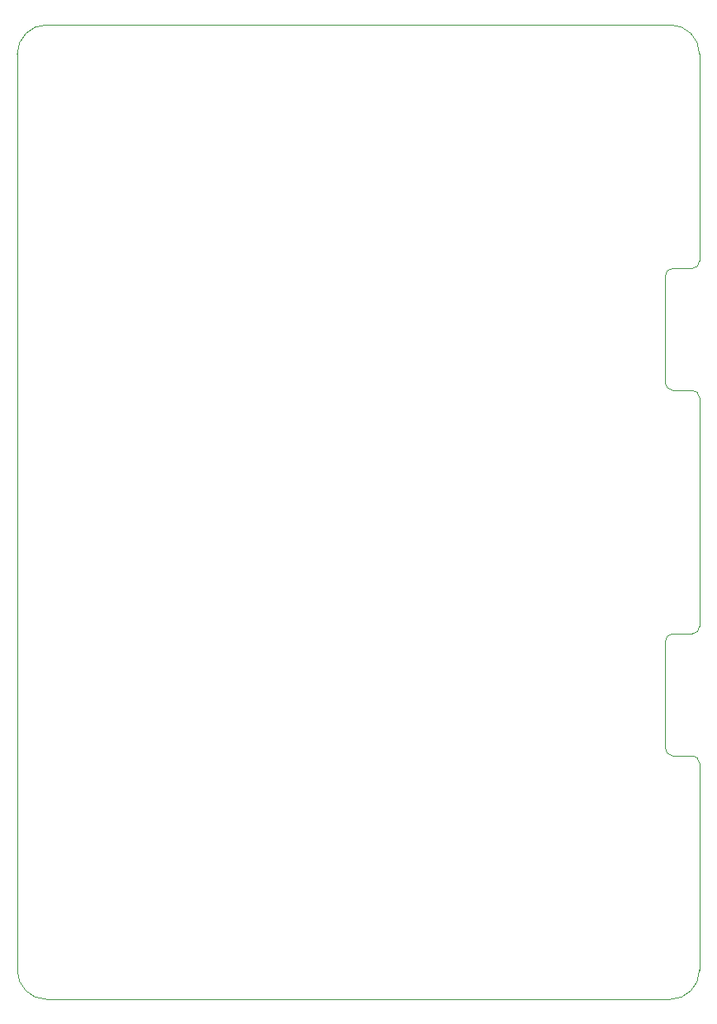
<source format=gbr>
%TF.GenerationSoftware,KiCad,Pcbnew,8.0.6*%
%TF.CreationDate,2024-10-26T18:15:51+02:00*%
%TF.ProjectId,megacard5_reference_design,6d656761-6361-4726-9435-5f7265666572,1.0*%
%TF.SameCoordinates,Original*%
%TF.FileFunction,Profile,NP*%
%FSLAX46Y46*%
G04 Gerber Fmt 4.6, Leading zero omitted, Abs format (unit mm)*
G04 Created by KiCad (PCBNEW 8.0.6) date 2024-10-26 18:15:51*
%MOMM*%
%LPD*%
G01*
G04 APERTURE LIST*
%TA.AperFunction,Profile*%
%ADD10C,0.050000*%
%TD*%
G04 APERTURE END LIST*
D10*
X127250000Y-105000001D02*
G75*
G02*
X126499999Y-104250000I0J750001D01*
G01*
X130000001Y-91750000D02*
G75*
G02*
X129250000Y-92500001I-750001J0D01*
G01*
X127000000Y-30000000D02*
X63000000Y-30000000D01*
X60000000Y-33000000D02*
G75*
G02*
X63000000Y-30000000I3000000J0D01*
G01*
X126500000Y-104250000D02*
X126500000Y-93250000D01*
X127250000Y-92500000D02*
X129250000Y-92500000D01*
X129250000Y-105000001D02*
X127250000Y-105000001D01*
X130000001Y-54250000D02*
X130000001Y-33000000D01*
X62999999Y-130000001D02*
G75*
G02*
X59999999Y-127000001I1J3000001D01*
G01*
X127250000Y-67500001D02*
G75*
G02*
X126499999Y-66750000I0J750001D01*
G01*
X129249999Y-104999999D02*
G75*
G02*
X130000001Y-105750000I1J-750001D01*
G01*
X130000000Y-127000000D02*
X130000000Y-105750000D01*
X62999999Y-130000001D02*
X127000000Y-130000001D01*
X127000000Y-30000000D02*
G75*
G02*
X130000000Y-33000000I0J-3000000D01*
G01*
X126499999Y-55750000D02*
G75*
G02*
X127250000Y-54999999I750001J0D01*
G01*
X129249999Y-67499999D02*
G75*
G02*
X130000001Y-68250000I1J-750001D01*
G01*
X130000000Y-91750000D02*
X130000000Y-68250000D01*
X130000000Y-127000000D02*
G75*
G02*
X127000000Y-130000000I-3000000J0D01*
G01*
X126500000Y-66750000D02*
X126500000Y-55750000D01*
X60000000Y-33000000D02*
X60000000Y-127000001D01*
X129250000Y-67500001D02*
X127250000Y-67500001D01*
X127250000Y-55000000D02*
X129250000Y-55000000D01*
X130000001Y-54250000D02*
G75*
G02*
X129250000Y-55000001I-750001J0D01*
G01*
X126499999Y-93250000D02*
G75*
G02*
X127250000Y-92499999I750001J0D01*
G01*
M02*

</source>
